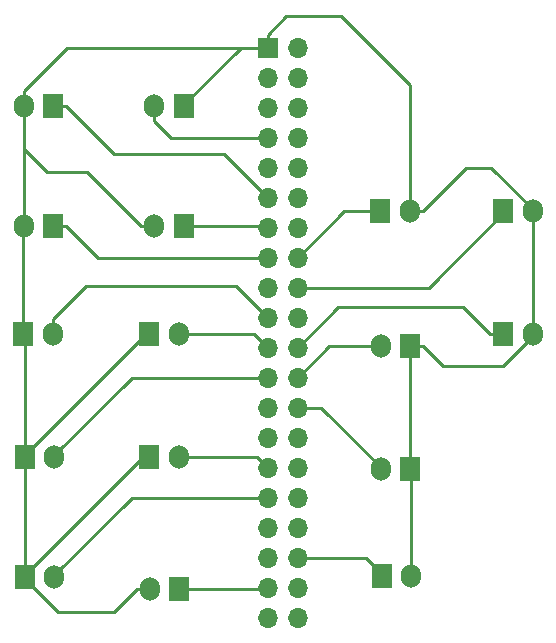
<source format=gbr>
G04 #@! TF.GenerationSoftware,KiCad,Pcbnew,(5.0.0-3-g5ebb6b6)*
G04 #@! TF.CreationDate,2018-08-23T00:05:31-04:00*
G04 #@! TF.ProjectId,Pyxel-Paradise,507978656C2D50617261646973652E6B,rev?*
G04 #@! TF.SameCoordinates,Original*
G04 #@! TF.FileFunction,Copper,L1,Top,Signal*
G04 #@! TF.FilePolarity,Positive*
%FSLAX46Y46*%
G04 Gerber Fmt 4.6, Leading zero omitted, Abs format (unit mm)*
G04 Created by KiCad (PCBNEW (5.0.0-3-g5ebb6b6)) date Thursday, August 23, 2018 at 12:05:31 AM*
%MOMM*%
%LPD*%
G01*
G04 APERTURE LIST*
G04 #@! TA.AperFunction,ComponentPad*
%ADD10R,1.700000X2.000000*%
G04 #@! TD*
G04 #@! TA.AperFunction,ComponentPad*
%ADD11O,1.700000X2.000000*%
G04 #@! TD*
G04 #@! TA.AperFunction,ComponentPad*
%ADD12R,1.700000X1.700000*%
G04 #@! TD*
G04 #@! TA.AperFunction,ComponentPad*
%ADD13O,1.700000X1.700000*%
G04 #@! TD*
G04 #@! TA.AperFunction,Conductor*
%ADD14C,0.250000*%
G04 #@! TD*
G04 APERTURE END LIST*
D10*
G04 #@! TO.P,J1,1*
G04 #@! TO.N,/North*
X168783000Y-110871000D03*
D11*
G04 #@! TO.P,J1,2*
G04 #@! TO.N,+3V3*
X171283000Y-110871000D03*
G04 #@! TD*
G04 #@! TO.P,J2,2*
G04 #@! TO.N,+3V3*
X138470000Y-71120000D03*
D10*
G04 #@! TO.P,J2,1*
G04 #@! TO.N,/NorthEast*
X140970000Y-71120000D03*
G04 #@! TD*
G04 #@! TO.P,J3,1*
G04 #@! TO.N,/East*
X140970000Y-81280000D03*
D11*
G04 #@! TO.P,J3,2*
G04 #@! TO.N,+3V3*
X138470000Y-81280000D03*
G04 #@! TD*
G04 #@! TO.P,J4,2*
G04 #@! TO.N,+3V3*
X171156000Y-80010000D03*
D10*
G04 #@! TO.P,J4,1*
G04 #@! TO.N,/SouthEast*
X168656000Y-80010000D03*
G04 #@! TD*
G04 #@! TO.P,J5,1*
G04 #@! TO.N,/South*
X179070000Y-80010000D03*
D11*
G04 #@! TO.P,J5,2*
G04 #@! TO.N,+3V3*
X181570000Y-80010000D03*
G04 #@! TD*
G04 #@! TO.P,J6,2*
G04 #@! TO.N,+3V3*
X181570000Y-90424000D03*
D10*
G04 #@! TO.P,J6,1*
G04 #@! TO.N,/SouthWest*
X179070000Y-90424000D03*
G04 #@! TD*
G04 #@! TO.P,J7,1*
G04 #@! TO.N,/West*
X151638000Y-112014000D03*
D11*
G04 #@! TO.P,J7,2*
G04 #@! TO.N,+3V3*
X149138000Y-112014000D03*
G04 #@! TD*
G04 #@! TO.P,J8,2*
G04 #@! TO.N,+3V3*
X149519000Y-81280000D03*
D10*
G04 #@! TO.P,J8,1*
G04 #@! TO.N,/NorthWest*
X152019000Y-81280000D03*
G04 #@! TD*
D12*
G04 #@! TO.P,J9,1*
G04 #@! TO.N,+3V3*
X159131000Y-66167000D03*
D13*
G04 #@! TO.P,J9,2*
G04 #@! TO.N,Net-(J9-Pad2)*
X161671000Y-66167000D03*
G04 #@! TO.P,J9,3*
G04 #@! TO.N,Net-(J9-Pad3)*
X159131000Y-68707000D03*
G04 #@! TO.P,J9,4*
G04 #@! TO.N,Net-(J9-Pad4)*
X161671000Y-68707000D03*
G04 #@! TO.P,J9,5*
G04 #@! TO.N,Net-(J9-Pad5)*
X159131000Y-71247000D03*
G04 #@! TO.P,J9,6*
G04 #@! TO.N,Net-(J9-Pad6)*
X161671000Y-71247000D03*
G04 #@! TO.P,J9,7*
G04 #@! TO.N,/Meta-Button-1*
X159131000Y-73787000D03*
G04 #@! TO.P,J9,8*
G04 #@! TO.N,Net-(J9-Pad8)*
X161671000Y-73787000D03*
G04 #@! TO.P,J9,9*
G04 #@! TO.N,Net-(J9-Pad9)*
X159131000Y-76327000D03*
G04 #@! TO.P,J9,10*
G04 #@! TO.N,Net-(J9-Pad10)*
X161671000Y-76327000D03*
G04 #@! TO.P,J9,11*
G04 #@! TO.N,/NorthEast*
X159131000Y-78867000D03*
G04 #@! TO.P,J9,12*
G04 #@! TO.N,Net-(J9-Pad12)*
X161671000Y-78867000D03*
G04 #@! TO.P,J9,13*
G04 #@! TO.N,/NorthWest*
X159131000Y-81407000D03*
G04 #@! TO.P,J9,14*
G04 #@! TO.N,Net-(J9-Pad14)*
X161671000Y-81407000D03*
G04 #@! TO.P,J9,15*
G04 #@! TO.N,/East*
X159131000Y-83947000D03*
G04 #@! TO.P,J9,16*
G04 #@! TO.N,/SouthEast*
X161671000Y-83947000D03*
G04 #@! TO.P,J9,17*
G04 #@! TO.N,Net-(J9-Pad17)*
X159131000Y-86487000D03*
G04 #@! TO.P,J9,18*
G04 #@! TO.N,/South*
X161671000Y-86487000D03*
G04 #@! TO.P,J9,19*
G04 #@! TO.N,/Action-Button-Down*
X159131000Y-89027000D03*
G04 #@! TO.P,J9,20*
G04 #@! TO.N,Net-(J9-Pad20)*
X161671000Y-89027000D03*
G04 #@! TO.P,J9,21*
G04 #@! TO.N,/Action-Button-Right*
X159131000Y-91567000D03*
G04 #@! TO.P,J9,22*
G04 #@! TO.N,/SouthWest*
X161671000Y-91567000D03*
G04 #@! TO.P,J9,23*
G04 #@! TO.N,/Action-Button-Left*
X159131000Y-94107000D03*
G04 #@! TO.P,J9,24*
G04 #@! TO.N,/Action-Button-Up*
X161671000Y-94107000D03*
G04 #@! TO.P,J9,25*
G04 #@! TO.N,Net-(J9-Pad25)*
X159131000Y-96647000D03*
G04 #@! TO.P,J9,26*
G04 #@! TO.N,/Meta-Button-4*
X161671000Y-96647000D03*
G04 #@! TO.P,J9,27*
G04 #@! TO.N,Net-(J9-Pad27)*
X159131000Y-99187000D03*
G04 #@! TO.P,J9,28*
G04 #@! TO.N,Net-(J9-Pad28)*
X161671000Y-99187000D03*
G04 #@! TO.P,J9,29*
G04 #@! TO.N,/Meta-Button-2*
X159131000Y-101727000D03*
G04 #@! TO.P,J9,30*
G04 #@! TO.N,Net-(J9-Pad30)*
X161671000Y-101727000D03*
G04 #@! TO.P,J9,31*
G04 #@! TO.N,/Meta-Button-3*
X159131000Y-104267000D03*
G04 #@! TO.P,J9,32*
G04 #@! TO.N,Net-(J9-Pad32)*
X161671000Y-104267000D03*
G04 #@! TO.P,J9,33*
G04 #@! TO.N,Net-(J9-Pad33)*
X159131000Y-106807000D03*
G04 #@! TO.P,J9,34*
G04 #@! TO.N,Net-(J9-Pad34)*
X161671000Y-106807000D03*
G04 #@! TO.P,J9,35*
G04 #@! TO.N,Net-(J9-Pad35)*
X159131000Y-109347000D03*
G04 #@! TO.P,J9,36*
G04 #@! TO.N,/North*
X161671000Y-109347000D03*
G04 #@! TO.P,J9,37*
G04 #@! TO.N,/West*
X159131000Y-111887000D03*
G04 #@! TO.P,J9,38*
G04 #@! TO.N,Net-(J9-Pad38)*
X161671000Y-111887000D03*
G04 #@! TO.P,J9,39*
G04 #@! TO.N,Net-(J9-Pad39)*
X159131000Y-114427000D03*
G04 #@! TO.P,J9,40*
G04 #@! TO.N,Net-(J9-Pad40)*
X161671000Y-114427000D03*
G04 #@! TD*
D10*
G04 #@! TO.P,J10,1*
G04 #@! TO.N,+3V3*
X171196000Y-91440000D03*
D11*
G04 #@! TO.P,J10,2*
G04 #@! TO.N,/Action-Button-Up*
X168696000Y-91440000D03*
G04 #@! TD*
G04 #@! TO.P,J11,2*
G04 #@! TO.N,/Action-Button-Right*
X151598000Y-90424000D03*
D10*
G04 #@! TO.P,J11,1*
G04 #@! TO.N,+3V3*
X149098000Y-90424000D03*
G04 #@! TD*
G04 #@! TO.P,J12,1*
G04 #@! TO.N,+3V3*
X138430000Y-90424000D03*
D11*
G04 #@! TO.P,J12,2*
G04 #@! TO.N,/Action-Button-Down*
X140930000Y-90424000D03*
G04 #@! TD*
G04 #@! TO.P,J13,2*
G04 #@! TO.N,/Action-Button-Left*
X141057000Y-100838000D03*
D10*
G04 #@! TO.P,J13,1*
G04 #@! TO.N,+3V3*
X138557000Y-100838000D03*
G04 #@! TD*
G04 #@! TO.P,J14,1*
G04 #@! TO.N,+3V3*
X152019000Y-71120000D03*
D11*
G04 #@! TO.P,J14,2*
G04 #@! TO.N,/Meta-Button-1*
X149519000Y-71120000D03*
G04 #@! TD*
G04 #@! TO.P,J15,2*
G04 #@! TO.N,/Meta-Button-2*
X151598000Y-100838000D03*
D10*
G04 #@! TO.P,J15,1*
G04 #@! TO.N,+3V3*
X149098000Y-100838000D03*
G04 #@! TD*
G04 #@! TO.P,J16,1*
G04 #@! TO.N,+3V3*
X138557000Y-110998000D03*
D11*
G04 #@! TO.P,J16,2*
G04 #@! TO.N,/Meta-Button-3*
X141057000Y-110998000D03*
G04 #@! TD*
G04 #@! TO.P,J17,2*
G04 #@! TO.N,/Meta-Button-4*
X168696000Y-101854000D03*
D10*
G04 #@! TO.P,J17,1*
G04 #@! TO.N,+3V3*
X171196000Y-101854000D03*
G04 #@! TD*
D14*
G04 #@! TO.N,/North*
X168783000Y-110721000D02*
X168783000Y-110871000D01*
X167409000Y-109347000D02*
X168783000Y-110721000D01*
X161671000Y-109347000D02*
X167409000Y-109347000D01*
G04 #@! TO.N,+3V3*
X148038000Y-112014000D02*
X146133000Y-113919000D01*
X149138000Y-112014000D02*
X148038000Y-112014000D01*
X138557000Y-111148000D02*
X138557000Y-110998000D01*
X141328000Y-113919000D02*
X138557000Y-111148000D01*
X146133000Y-113919000D02*
X141328000Y-113919000D01*
X138557000Y-110998000D02*
X138557000Y-100838000D01*
X138557000Y-90551000D02*
X138430000Y-90424000D01*
X138557000Y-100838000D02*
X138557000Y-90551000D01*
X138430000Y-81320000D02*
X138470000Y-81280000D01*
X138430000Y-90424000D02*
X138430000Y-81320000D01*
X138470000Y-81280000D02*
X138470000Y-71120000D01*
X142173000Y-66167000D02*
X158031000Y-66167000D01*
X138470000Y-69870000D02*
X142173000Y-66167000D01*
X158031000Y-66167000D02*
X159131000Y-66167000D01*
X138470000Y-71120000D02*
X138470000Y-69870000D01*
X152019000Y-70970000D02*
X152019000Y-71120000D01*
X156822000Y-66167000D02*
X152019000Y-70970000D01*
X159131000Y-66167000D02*
X156822000Y-66167000D01*
X138557000Y-110848000D02*
X148567000Y-100838000D01*
X148567000Y-100838000D02*
X149098000Y-100838000D01*
X138557000Y-110998000D02*
X138557000Y-110848000D01*
X149098000Y-100838000D02*
X149098000Y-100988000D01*
X148821000Y-90424000D02*
X149098000Y-90424000D01*
X138557000Y-100688000D02*
X148821000Y-90424000D01*
X138557000Y-100838000D02*
X138557000Y-100688000D01*
X148419000Y-81280000D02*
X143847000Y-76708000D01*
X149519000Y-81280000D02*
X148419000Y-81280000D01*
X143847000Y-76708000D02*
X140462000Y-76708000D01*
X138470000Y-74716000D02*
X138470000Y-71120000D01*
X140462000Y-76708000D02*
X138470000Y-74716000D01*
X159131000Y-65067000D02*
X160698000Y-63500000D01*
X159131000Y-66167000D02*
X159131000Y-65067000D01*
X160698000Y-63500000D02*
X165354000Y-63500000D01*
X171156000Y-69302000D02*
X171156000Y-80010000D01*
X165354000Y-63500000D02*
X171156000Y-69302000D01*
X172256000Y-80010000D02*
X175939000Y-76327000D01*
X171156000Y-80010000D02*
X172256000Y-80010000D01*
X181570000Y-79860000D02*
X181570000Y-80010000D01*
X178037000Y-76327000D02*
X181570000Y-79860000D01*
X175939000Y-76327000D02*
X178037000Y-76327000D01*
X181570000Y-81260000D02*
X181570000Y-90424000D01*
X181570000Y-80010000D02*
X181570000Y-81260000D01*
X171283000Y-101941000D02*
X171196000Y-101854000D01*
X171283000Y-110871000D02*
X171283000Y-101941000D01*
X171196000Y-101854000D02*
X171196000Y-91440000D01*
X172296000Y-91440000D02*
X173947000Y-93091000D01*
X171196000Y-91440000D02*
X172296000Y-91440000D01*
X181570000Y-90574000D02*
X181570000Y-90424000D01*
X179053000Y-93091000D02*
X181570000Y-90574000D01*
X173947000Y-93091000D02*
X179053000Y-93091000D01*
G04 #@! TO.N,/NorthEast*
X142070000Y-71120000D02*
X146134000Y-75184000D01*
X140970000Y-71120000D02*
X142070000Y-71120000D01*
X155448000Y-75184000D02*
X159131000Y-78867000D01*
X146134000Y-75184000D02*
X155448000Y-75184000D01*
G04 #@! TO.N,/East*
X157928919Y-83947000D02*
X159131000Y-83947000D01*
X144737000Y-83947000D02*
X157928919Y-83947000D01*
X142070000Y-81280000D02*
X144737000Y-83947000D01*
X140970000Y-81280000D02*
X142070000Y-81280000D01*
G04 #@! TO.N,/SouthEast*
X165608000Y-80010000D02*
X168656000Y-80010000D01*
X161671000Y-83947000D02*
X165608000Y-80010000D01*
G04 #@! TO.N,/South*
X179070000Y-80160000D02*
X179070000Y-80010000D01*
X172743000Y-86487000D02*
X179070000Y-80160000D01*
X161671000Y-86487000D02*
X172743000Y-86487000D01*
G04 #@! TO.N,/SouthWest*
X161671000Y-91567000D02*
X165100000Y-88138000D01*
X177970000Y-90424000D02*
X179070000Y-90424000D01*
X175684000Y-88138000D02*
X177970000Y-90424000D01*
X165100000Y-88138000D02*
X175684000Y-88138000D01*
G04 #@! TO.N,/West*
X159004000Y-112014000D02*
X159131000Y-111887000D01*
X151638000Y-112014000D02*
X159004000Y-112014000D01*
G04 #@! TO.N,/NorthWest*
X159004000Y-81280000D02*
X159131000Y-81407000D01*
X152019000Y-81280000D02*
X159004000Y-81280000D01*
G04 #@! TO.N,/Meta-Button-1*
X157928919Y-73787000D02*
X159131000Y-73787000D01*
X150936000Y-73787000D02*
X157928919Y-73787000D01*
X149519000Y-72370000D02*
X150936000Y-73787000D01*
X149519000Y-71120000D02*
X149519000Y-72370000D01*
G04 #@! TO.N,/Action-Button-Down*
X140930000Y-89174000D02*
X143744000Y-86360000D01*
X140930000Y-90424000D02*
X140930000Y-89174000D01*
X156464000Y-86360000D02*
X159131000Y-89027000D01*
X143744000Y-86360000D02*
X156464000Y-86360000D01*
G04 #@! TO.N,/Action-Button-Right*
X157988000Y-90424000D02*
X159131000Y-91567000D01*
X151598000Y-90424000D02*
X157988000Y-90424000D01*
G04 #@! TO.N,/Action-Button-Left*
X157928919Y-94107000D02*
X159131000Y-94107000D01*
X147638000Y-94107000D02*
X157928919Y-94107000D01*
X141057000Y-100688000D02*
X147638000Y-94107000D01*
X141057000Y-100838000D02*
X141057000Y-100688000D01*
G04 #@! TO.N,/Action-Button-Up*
X164338000Y-91440000D02*
X168696000Y-91440000D01*
X161671000Y-94107000D02*
X164338000Y-91440000D01*
G04 #@! TO.N,/Meta-Button-4*
X168696000Y-101704000D02*
X168696000Y-101854000D01*
X163639000Y-96647000D02*
X168696000Y-101704000D01*
X161671000Y-96647000D02*
X163639000Y-96647000D01*
G04 #@! TO.N,/Meta-Button-2*
X158242000Y-100838000D02*
X159131000Y-101727000D01*
X151598000Y-100838000D02*
X158242000Y-100838000D01*
G04 #@! TO.N,/Meta-Button-3*
X141057000Y-110848000D02*
X147638000Y-104267000D01*
X157928919Y-104267000D02*
X159131000Y-104267000D01*
X147638000Y-104267000D02*
X157928919Y-104267000D01*
X141057000Y-110998000D02*
X141057000Y-110848000D01*
G04 #@! TD*
M02*

</source>
